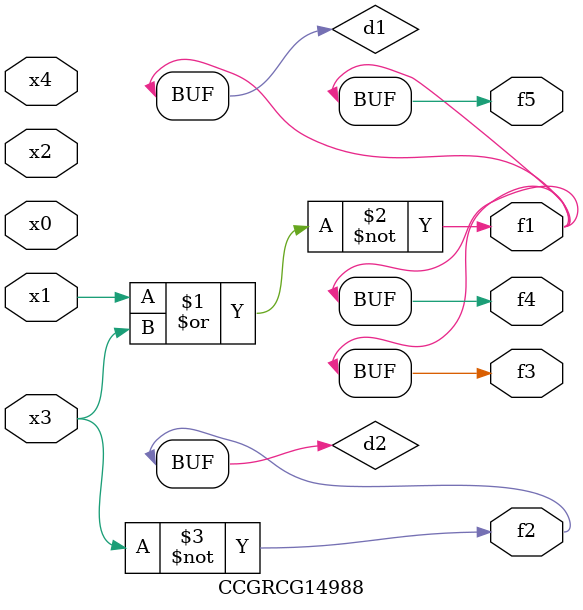
<source format=v>
module CCGRCG14988(
	input x0, x1, x2, x3, x4,
	output f1, f2, f3, f4, f5
);

	wire d1, d2;

	nor (d1, x1, x3);
	not (d2, x3);
	assign f1 = d1;
	assign f2 = d2;
	assign f3 = d1;
	assign f4 = d1;
	assign f5 = d1;
endmodule

</source>
